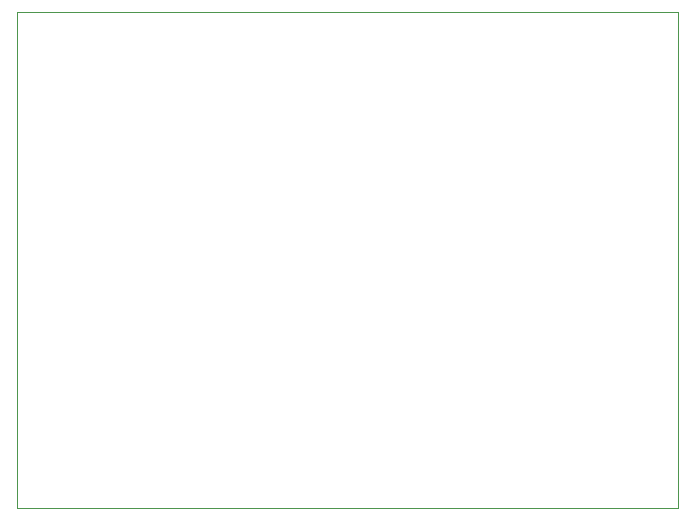
<source format=gbr>
%TF.GenerationSoftware,Altium Limited,Altium Designer,22.11.1 (43)*%
G04 Layer_Color=0*
%FSLAX45Y45*%
%MOMM*%
%TF.SameCoordinates,43E0CF4A-0526-4127-82AF-783748DA5692*%
%TF.FilePolarity,Positive*%
%TF.FileFunction,Profile,NP*%
%TF.Part,Single*%
G01*
G75*
%TA.AperFunction,Profile*%
%ADD55C,0.02540*%
D55*
X6200000Y7203428D02*
X11800000Y7200000D01*
Y11400000D01*
X6200000D01*
Y7203428D01*
%TF.MD5,0455697dd088454d46154da2ac4193ff*%
M02*

</source>
